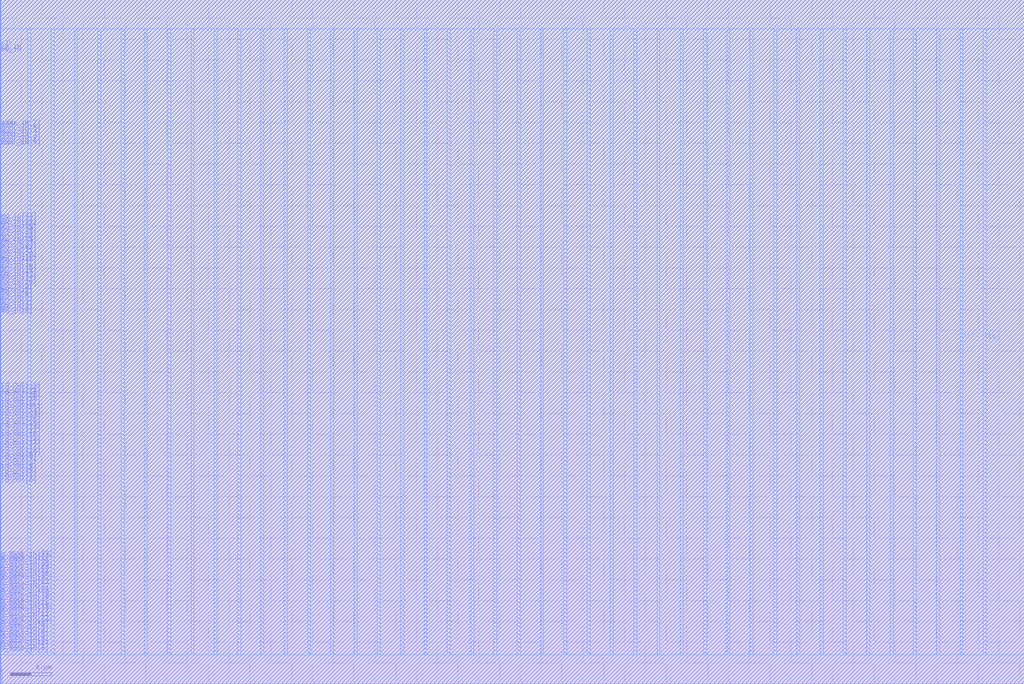
<source format=lef>
VERSION 5.7 ;
BUSBITCHARS "[]" ;
MACRO fakeram45_256x34
  FOREIGN fakeram45_256x34 0 0 ;
  SYMMETRY X Y R90 ;
  SIZE 0.19 BY 1.4 ;
  CLASS BLOCK ;
  PIN w_mask_in[0]
    DIRECTION INPUT ;
    USE SIGNAL ;
    SHAPE ABUTMENT ;
    PORT
      LAYER metal3 ;
      RECT 0.000 2.800 0.070 2.870 ;
    END
  END w_mask_in[0]
  PIN w_mask_in[1]
    DIRECTION INPUT ;
    USE SIGNAL ;
    SHAPE ABUTMENT ;
    PORT
      LAYER metal3 ;
      RECT 0.000 3.080 0.070 3.150 ;
    END
  END w_mask_in[1]
  PIN w_mask_in[2]
    DIRECTION INPUT ;
    USE SIGNAL ;
    SHAPE ABUTMENT ;
    PORT
      LAYER metal3 ;
      RECT 0.000 3.360 0.070 3.430 ;
    END
  END w_mask_in[2]
  PIN w_mask_in[3]
    DIRECTION INPUT ;
    USE SIGNAL ;
    SHAPE ABUTMENT ;
    PORT
      LAYER metal3 ;
      RECT 0.000 3.640 0.070 3.710 ;
    END
  END w_mask_in[3]
  PIN w_mask_in[4]
    DIRECTION INPUT ;
    USE SIGNAL ;
    SHAPE ABUTMENT ;
    PORT
      LAYER metal3 ;
      RECT 0.000 3.920 0.070 3.990 ;
    END
  END w_mask_in[4]
  PIN w_mask_in[5]
    DIRECTION INPUT ;
    USE SIGNAL ;
    SHAPE ABUTMENT ;
    PORT
      LAYER metal3 ;
      RECT 0.000 4.200 0.070 4.270 ;
    END
  END w_mask_in[5]
  PIN w_mask_in[6]
    DIRECTION INPUT ;
    USE SIGNAL ;
    SHAPE ABUTMENT ;
    PORT
      LAYER metal3 ;
      RECT 0.000 4.480 0.070 4.550 ;
    END
  END w_mask_in[6]
  PIN w_mask_in[7]
    DIRECTION INPUT ;
    USE SIGNAL ;
    SHAPE ABUTMENT ;
    PORT
      LAYER metal3 ;
      RECT 0.000 4.760 0.070 4.830 ;
    END
  END w_mask_in[7]
  PIN w_mask_in[8]
    DIRECTION INPUT ;
    USE SIGNAL ;
    SHAPE ABUTMENT ;
    PORT
      LAYER metal3 ;
      RECT 0.000 5.040 0.070 5.110 ;
    END
  END w_mask_in[8]
  PIN w_mask_in[9]
    DIRECTION INPUT ;
    USE SIGNAL ;
    SHAPE ABUTMENT ;
    PORT
      LAYER metal3 ;
      RECT 0.000 5.320 0.070 5.390 ;
    END
  END w_mask_in[9]
  PIN w_mask_in[10]
    DIRECTION INPUT ;
    USE SIGNAL ;
    SHAPE ABUTMENT ;
    PORT
      LAYER metal3 ;
      RECT 0.000 5.600 0.070 5.670 ;
    END
  END w_mask_in[10]
  PIN w_mask_in[11]
    DIRECTION INPUT ;
    USE SIGNAL ;
    SHAPE ABUTMENT ;
    PORT
      LAYER metal3 ;
      RECT 0.000 5.880 0.070 5.950 ;
    END
  END w_mask_in[11]
  PIN w_mask_in[12]
    DIRECTION INPUT ;
    USE SIGNAL ;
    SHAPE ABUTMENT ;
    PORT
      LAYER metal3 ;
      RECT 0.000 6.160 0.070 6.230 ;
    END
  END w_mask_in[12]
  PIN w_mask_in[13]
    DIRECTION INPUT ;
    USE SIGNAL ;
    SHAPE ABUTMENT ;
    PORT
      LAYER metal3 ;
      RECT 0.000 6.440 0.070 6.510 ;
    END
  END w_mask_in[13]
  PIN w_mask_in[14]
    DIRECTION INPUT ;
    USE SIGNAL ;
    SHAPE ABUTMENT ;
    PORT
      LAYER metal3 ;
      RECT 0.000 6.720 0.070 6.790 ;
    END
  END w_mask_in[14]
  PIN w_mask_in[15]
    DIRECTION INPUT ;
    USE SIGNAL ;
    SHAPE ABUTMENT ;
    PORT
      LAYER metal3 ;
      RECT 0.000 7.000 0.070 7.070 ;
    END
  END w_mask_in[15]
  PIN w_mask_in[16]
    DIRECTION INPUT ;
    USE SIGNAL ;
    SHAPE ABUTMENT ;
    PORT
      LAYER metal3 ;
      RECT 0.000 7.280 0.070 7.350 ;
    END
  END w_mask_in[16]
  PIN w_mask_in[17]
    DIRECTION INPUT ;
    USE SIGNAL ;
    SHAPE ABUTMENT ;
    PORT
      LAYER metal3 ;
      RECT 0.000 7.560 0.070 7.630 ;
    END
  END w_mask_in[17]
  PIN w_mask_in[18]
    DIRECTION INPUT ;
    USE SIGNAL ;
    SHAPE ABUTMENT ;
    PORT
      LAYER metal3 ;
      RECT 0.000 7.840 0.070 7.910 ;
    END
  END w_mask_in[18]
  PIN w_mask_in[19]
    DIRECTION INPUT ;
    USE SIGNAL ;
    SHAPE ABUTMENT ;
    PORT
      LAYER metal3 ;
      RECT 0.000 8.120 0.070 8.190 ;
    END
  END w_mask_in[19]
  PIN w_mask_in[20]
    DIRECTION INPUT ;
    USE SIGNAL ;
    SHAPE ABUTMENT ;
    PORT
      LAYER metal3 ;
      RECT 0.000 8.400 0.070 8.470 ;
    END
  END w_mask_in[20]
  PIN w_mask_in[21]
    DIRECTION INPUT ;
    USE SIGNAL ;
    SHAPE ABUTMENT ;
    PORT
      LAYER metal3 ;
      RECT 0.000 8.680 0.070 8.750 ;
    END
  END w_mask_in[21]
  PIN w_mask_in[22]
    DIRECTION INPUT ;
    USE SIGNAL ;
    SHAPE ABUTMENT ;
    PORT
      LAYER metal3 ;
      RECT 0.000 8.960 0.070 9.030 ;
    END
  END w_mask_in[22]
  PIN w_mask_in[23]
    DIRECTION INPUT ;
    USE SIGNAL ;
    SHAPE ABUTMENT ;
    PORT
      LAYER metal3 ;
      RECT 0.000 9.240 0.070 9.310 ;
    END
  END w_mask_in[23]
  PIN w_mask_in[24]
    DIRECTION INPUT ;
    USE SIGNAL ;
    SHAPE ABUTMENT ;
    PORT
      LAYER metal3 ;
      RECT 0.000 9.520 0.070 9.590 ;
    END
  END w_mask_in[24]
  PIN w_mask_in[25]
    DIRECTION INPUT ;
    USE SIGNAL ;
    SHAPE ABUTMENT ;
    PORT
      LAYER metal3 ;
      RECT 0.000 9.800 0.070 9.870 ;
    END
  END w_mask_in[25]
  PIN w_mask_in[26]
    DIRECTION INPUT ;
    USE SIGNAL ;
    SHAPE ABUTMENT ;
    PORT
      LAYER metal3 ;
      RECT 0.000 10.080 0.070 10.150 ;
    END
  END w_mask_in[26]
  PIN w_mask_in[27]
    DIRECTION INPUT ;
    USE SIGNAL ;
    SHAPE ABUTMENT ;
    PORT
      LAYER metal3 ;
      RECT 0.000 10.360 0.070 10.430 ;
    END
  END w_mask_in[27]
  PIN w_mask_in[28]
    DIRECTION INPUT ;
    USE SIGNAL ;
    SHAPE ABUTMENT ;
    PORT
      LAYER metal3 ;
      RECT 0.000 10.640 0.070 10.710 ;
    END
  END w_mask_in[28]
  PIN w_mask_in[29]
    DIRECTION INPUT ;
    USE SIGNAL ;
    SHAPE ABUTMENT ;
    PORT
      LAYER metal3 ;
      RECT 0.000 10.920 0.070 10.990 ;
    END
  END w_mask_in[29]
  PIN w_mask_in[30]
    DIRECTION INPUT ;
    USE SIGNAL ;
    SHAPE ABUTMENT ;
    PORT
      LAYER metal3 ;
      RECT 0.000 11.200 0.070 11.270 ;
    END
  END w_mask_in[30]
  PIN w_mask_in[31]
    DIRECTION INPUT ;
    USE SIGNAL ;
    SHAPE ABUTMENT ;
    PORT
      LAYER metal3 ;
      RECT 0.000 11.480 0.070 11.550 ;
    END
  END w_mask_in[31]
  PIN w_mask_in[32]
    DIRECTION INPUT ;
    USE SIGNAL ;
    SHAPE ABUTMENT ;
    PORT
      LAYER metal3 ;
      RECT 0.000 11.760 0.070 11.830 ;
    END
  END w_mask_in[32]
  PIN w_mask_in[33]
    DIRECTION INPUT ;
    USE SIGNAL ;
    SHAPE ABUTMENT ;
    PORT
      LAYER metal3 ;
      RECT 0.000 12.040 0.070 12.110 ;
    END
  END w_mask_in[33]
  PIN rd_out[0]
    DIRECTION OUTPUT ;
    USE SIGNAL ;
    SHAPE ABUTMENT ;
    PORT
      LAYER metal3 ;
      RECT 0.000 19.040 0.070 19.110 ;
    END
  END rd_out[0]
  PIN rd_out[1]
    DIRECTION OUTPUT ;
    USE SIGNAL ;
    SHAPE ABUTMENT ;
    PORT
      LAYER metal3 ;
      RECT 0.000 19.320 0.070 19.390 ;
    END
  END rd_out[1]
  PIN rd_out[2]
    DIRECTION OUTPUT ;
    USE SIGNAL ;
    SHAPE ABUTMENT ;
    PORT
      LAYER metal3 ;
      RECT 0.000 19.600 0.070 19.670 ;
    END
  END rd_out[2]
  PIN rd_out[3]
    DIRECTION OUTPUT ;
    USE SIGNAL ;
    SHAPE ABUTMENT ;
    PORT
      LAYER metal3 ;
      RECT 0.000 19.880 0.070 19.950 ;
    END
  END rd_out[3]
  PIN rd_out[4]
    DIRECTION OUTPUT ;
    USE SIGNAL ;
    SHAPE ABUTMENT ;
    PORT
      LAYER metal3 ;
      RECT 0.000 20.160 0.070 20.230 ;
    END
  END rd_out[4]
  PIN rd_out[5]
    DIRECTION OUTPUT ;
    USE SIGNAL ;
    SHAPE ABUTMENT ;
    PORT
      LAYER metal3 ;
      RECT 0.000 20.440 0.070 20.510 ;
    END
  END rd_out[5]
  PIN rd_out[6]
    DIRECTION OUTPUT ;
    USE SIGNAL ;
    SHAPE ABUTMENT ;
    PORT
      LAYER metal3 ;
      RECT 0.000 20.720 0.070 20.790 ;
    END
  END rd_out[6]
  PIN rd_out[7]
    DIRECTION OUTPUT ;
    USE SIGNAL ;
    SHAPE ABUTMENT ;
    PORT
      LAYER metal3 ;
      RECT 0.000 21.000 0.070 21.070 ;
    END
  END rd_out[7]
  PIN rd_out[8]
    DIRECTION OUTPUT ;
    USE SIGNAL ;
    SHAPE ABUTMENT ;
    PORT
      LAYER metal3 ;
      RECT 0.000 21.280 0.070 21.350 ;
    END
  END rd_out[8]
  PIN rd_out[9]
    DIRECTION OUTPUT ;
    USE SIGNAL ;
    SHAPE ABUTMENT ;
    PORT
      LAYER metal3 ;
      RECT 0.000 21.560 0.070 21.630 ;
    END
  END rd_out[9]
  PIN rd_out[10]
    DIRECTION OUTPUT ;
    USE SIGNAL ;
    SHAPE ABUTMENT ;
    PORT
      LAYER metal3 ;
      RECT 0.000 21.840 0.070 21.910 ;
    END
  END rd_out[10]
  PIN rd_out[11]
    DIRECTION OUTPUT ;
    USE SIGNAL ;
    SHAPE ABUTMENT ;
    PORT
      LAYER metal3 ;
      RECT 0.000 22.120 0.070 22.190 ;
    END
  END rd_out[11]
  PIN rd_out[12]
    DIRECTION OUTPUT ;
    USE SIGNAL ;
    SHAPE ABUTMENT ;
    PORT
      LAYER metal3 ;
      RECT 0.000 22.400 0.070 22.470 ;
    END
  END rd_out[12]
  PIN rd_out[13]
    DIRECTION OUTPUT ;
    USE SIGNAL ;
    SHAPE ABUTMENT ;
    PORT
      LAYER metal3 ;
      RECT 0.000 22.680 0.070 22.750 ;
    END
  END rd_out[13]
  PIN rd_out[14]
    DIRECTION OUTPUT ;
    USE SIGNAL ;
    SHAPE ABUTMENT ;
    PORT
      LAYER metal3 ;
      RECT 0.000 22.960 0.070 23.030 ;
    END
  END rd_out[14]
  PIN rd_out[15]
    DIRECTION OUTPUT ;
    USE SIGNAL ;
    SHAPE ABUTMENT ;
    PORT
      LAYER metal3 ;
      RECT 0.000 23.240 0.070 23.310 ;
    END
  END rd_out[15]
  PIN rd_out[16]
    DIRECTION OUTPUT ;
    USE SIGNAL ;
    SHAPE ABUTMENT ;
    PORT
      LAYER metal3 ;
      RECT 0.000 23.520 0.070 23.590 ;
    END
  END rd_out[16]
  PIN rd_out[17]
    DIRECTION OUTPUT ;
    USE SIGNAL ;
    SHAPE ABUTMENT ;
    PORT
      LAYER metal3 ;
      RECT 0.000 23.800 0.070 23.870 ;
    END
  END rd_out[17]
  PIN rd_out[18]
    DIRECTION OUTPUT ;
    USE SIGNAL ;
    SHAPE ABUTMENT ;
    PORT
      LAYER metal3 ;
      RECT 0.000 24.080 0.070 24.150 ;
    END
  END rd_out[18]
  PIN rd_out[19]
    DIRECTION OUTPUT ;
    USE SIGNAL ;
    SHAPE ABUTMENT ;
    PORT
      LAYER metal3 ;
      RECT 0.000 24.360 0.070 24.430 ;
    END
  END rd_out[19]
  PIN rd_out[20]
    DIRECTION OUTPUT ;
    USE SIGNAL ;
    SHAPE ABUTMENT ;
    PORT
      LAYER metal3 ;
      RECT 0.000 24.640 0.070 24.710 ;
    END
  END rd_out[20]
  PIN rd_out[21]
    DIRECTION OUTPUT ;
    USE SIGNAL ;
    SHAPE ABUTMENT ;
    PORT
      LAYER metal3 ;
      RECT 0.000 24.920 0.070 24.990 ;
    END
  END rd_out[21]
  PIN rd_out[22]
    DIRECTION OUTPUT ;
    USE SIGNAL ;
    SHAPE ABUTMENT ;
    PORT
      LAYER metal3 ;
      RECT 0.000 25.200 0.070 25.270 ;
    END
  END rd_out[22]
  PIN rd_out[23]
    DIRECTION OUTPUT ;
    USE SIGNAL ;
    SHAPE ABUTMENT ;
    PORT
      LAYER metal3 ;
      RECT 0.000 25.480 0.070 25.550 ;
    END
  END rd_out[23]
  PIN rd_out[24]
    DIRECTION OUTPUT ;
    USE SIGNAL ;
    SHAPE ABUTMENT ;
    PORT
      LAYER metal3 ;
      RECT 0.000 25.760 0.070 25.830 ;
    END
  END rd_out[24]
  PIN rd_out[25]
    DIRECTION OUTPUT ;
    USE SIGNAL ;
    SHAPE ABUTMENT ;
    PORT
      LAYER metal3 ;
      RECT 0.000 26.040 0.070 26.110 ;
    END
  END rd_out[25]
  PIN rd_out[26]
    DIRECTION OUTPUT ;
    USE SIGNAL ;
    SHAPE ABUTMENT ;
    PORT
      LAYER metal3 ;
      RECT 0.000 26.320 0.070 26.390 ;
    END
  END rd_out[26]
  PIN rd_out[27]
    DIRECTION OUTPUT ;
    USE SIGNAL ;
    SHAPE ABUTMENT ;
    PORT
      LAYER metal3 ;
      RECT 0.000 26.600 0.070 26.670 ;
    END
  END rd_out[27]
  PIN rd_out[28]
    DIRECTION OUTPUT ;
    USE SIGNAL ;
    SHAPE ABUTMENT ;
    PORT
      LAYER metal3 ;
      RECT 0.000 26.880 0.070 26.950 ;
    END
  END rd_out[28]
  PIN rd_out[29]
    DIRECTION OUTPUT ;
    USE SIGNAL ;
    SHAPE ABUTMENT ;
    PORT
      LAYER metal3 ;
      RECT 0.000 27.160 0.070 27.230 ;
    END
  END rd_out[29]
  PIN rd_out[30]
    DIRECTION OUTPUT ;
    USE SIGNAL ;
    SHAPE ABUTMENT ;
    PORT
      LAYER metal3 ;
      RECT 0.000 27.440 0.070 27.510 ;
    END
  END rd_out[30]
  PIN rd_out[31]
    DIRECTION OUTPUT ;
    USE SIGNAL ;
    SHAPE ABUTMENT ;
    PORT
      LAYER metal3 ;
      RECT 0.000 27.720 0.070 27.790 ;
    END
  END rd_out[31]
  PIN rd_out[32]
    DIRECTION OUTPUT ;
    USE SIGNAL ;
    SHAPE ABUTMENT ;
    PORT
      LAYER metal3 ;
      RECT 0.000 28.000 0.070 28.070 ;
    END
  END rd_out[32]
  PIN rd_out[33]
    DIRECTION OUTPUT ;
    USE SIGNAL ;
    SHAPE ABUTMENT ;
    PORT
      LAYER metal3 ;
      RECT 0.000 28.280 0.070 28.350 ;
    END
  END rd_out[33]
  PIN wd_in[0]
    DIRECTION INPUT ;
    USE SIGNAL ;
    SHAPE ABUTMENT ;
    PORT
      LAYER metal3 ;
      RECT 0.000 35.280 0.070 35.350 ;
    END
  END wd_in[0]
  PIN wd_in[1]
    DIRECTION INPUT ;
    USE SIGNAL ;
    SHAPE ABUTMENT ;
    PORT
      LAYER metal3 ;
      RECT 0.000 35.560 0.070 35.630 ;
    END
  END wd_in[1]
  PIN wd_in[2]
    DIRECTION INPUT ;
    USE SIGNAL ;
    SHAPE ABUTMENT ;
    PORT
      LAYER metal3 ;
      RECT 0.000 35.840 0.070 35.910 ;
    END
  END wd_in[2]
  PIN wd_in[3]
    DIRECTION INPUT ;
    USE SIGNAL ;
    SHAPE ABUTMENT ;
    PORT
      LAYER metal3 ;
      RECT 0.000 36.120 0.070 36.190 ;
    END
  END wd_in[3]
  PIN wd_in[4]
    DIRECTION INPUT ;
    USE SIGNAL ;
    SHAPE ABUTMENT ;
    PORT
      LAYER metal3 ;
      RECT 0.000 36.400 0.070 36.470 ;
    END
  END wd_in[4]
  PIN wd_in[5]
    DIRECTION INPUT ;
    USE SIGNAL ;
    SHAPE ABUTMENT ;
    PORT
      LAYER metal3 ;
      RECT 0.000 36.680 0.070 36.750 ;
    END
  END wd_in[5]
  PIN wd_in[6]
    DIRECTION INPUT ;
    USE SIGNAL ;
    SHAPE ABUTMENT ;
    PORT
      LAYER metal3 ;
      RECT 0.000 36.960 0.070 37.030 ;
    END
  END wd_in[6]
  PIN wd_in[7]
    DIRECTION INPUT ;
    USE SIGNAL ;
    SHAPE ABUTMENT ;
    PORT
      LAYER metal3 ;
      RECT 0.000 37.240 0.070 37.310 ;
    END
  END wd_in[7]
  PIN wd_in[8]
    DIRECTION INPUT ;
    USE SIGNAL ;
    SHAPE ABUTMENT ;
    PORT
      LAYER metal3 ;
      RECT 0.000 37.520 0.070 37.590 ;
    END
  END wd_in[8]
  PIN wd_in[9]
    DIRECTION INPUT ;
    USE SIGNAL ;
    SHAPE ABUTMENT ;
    PORT
      LAYER metal3 ;
      RECT 0.000 37.800 0.070 37.870 ;
    END
  END wd_in[9]
  PIN wd_in[10]
    DIRECTION INPUT ;
    USE SIGNAL ;
    SHAPE ABUTMENT ;
    PORT
      LAYER metal3 ;
      RECT 0.000 38.080 0.070 38.150 ;
    END
  END wd_in[10]
  PIN wd_in[11]
    DIRECTION INPUT ;
    USE SIGNAL ;
    SHAPE ABUTMENT ;
    PORT
      LAYER metal3 ;
      RECT 0.000 38.360 0.070 38.430 ;
    END
  END wd_in[11]
  PIN wd_in[12]
    DIRECTION INPUT ;
    USE SIGNAL ;
    SHAPE ABUTMENT ;
    PORT
      LAYER metal3 ;
      RECT 0.000 38.640 0.070 38.710 ;
    END
  END wd_in[12]
  PIN wd_in[13]
    DIRECTION INPUT ;
    USE SIGNAL ;
    SHAPE ABUTMENT ;
    PORT
      LAYER metal3 ;
      RECT 0.000 38.920 0.070 38.990 ;
    END
  END wd_in[13]
  PIN wd_in[14]
    DIRECTION INPUT ;
    USE SIGNAL ;
    SHAPE ABUTMENT ;
    PORT
      LAYER metal3 ;
      RECT 0.000 39.200 0.070 39.270 ;
    END
  END wd_in[14]
  PIN wd_in[15]
    DIRECTION INPUT ;
    USE SIGNAL ;
    SHAPE ABUTMENT ;
    PORT
      LAYER metal3 ;
      RECT 0.000 39.480 0.070 39.550 ;
    END
  END wd_in[15]
  PIN wd_in[16]
    DIRECTION INPUT ;
    USE SIGNAL ;
    SHAPE ABUTMENT ;
    PORT
      LAYER metal3 ;
      RECT 0.000 39.760 0.070 39.830 ;
    END
  END wd_in[16]
  PIN wd_in[17]
    DIRECTION INPUT ;
    USE SIGNAL ;
    SHAPE ABUTMENT ;
    PORT
      LAYER metal3 ;
      RECT 0.000 40.040 0.070 40.110 ;
    END
  END wd_in[17]
  PIN wd_in[18]
    DIRECTION INPUT ;
    USE SIGNAL ;
    SHAPE ABUTMENT ;
    PORT
      LAYER metal3 ;
      RECT 0.000 40.320 0.070 40.390 ;
    END
  END wd_in[18]
  PIN wd_in[19]
    DIRECTION INPUT ;
    USE SIGNAL ;
    SHAPE ABUTMENT ;
    PORT
      LAYER metal3 ;
      RECT 0.000 40.600 0.070 40.670 ;
    END
  END wd_in[19]
  PIN wd_in[20]
    DIRECTION INPUT ;
    USE SIGNAL ;
    SHAPE ABUTMENT ;
    PORT
      LAYER metal3 ;
      RECT 0.000 40.880 0.070 40.950 ;
    END
  END wd_in[20]
  PIN wd_in[21]
    DIRECTION INPUT ;
    USE SIGNAL ;
    SHAPE ABUTMENT ;
    PORT
      LAYER metal3 ;
      RECT 0.000 41.160 0.070 41.230 ;
    END
  END wd_in[21]
  PIN wd_in[22]
    DIRECTION INPUT ;
    USE SIGNAL ;
    SHAPE ABUTMENT ;
    PORT
      LAYER metal3 ;
      RECT 0.000 41.440 0.070 41.510 ;
    END
  END wd_in[22]
  PIN wd_in[23]
    DIRECTION INPUT ;
    USE SIGNAL ;
    SHAPE ABUTMENT ;
    PORT
      LAYER metal3 ;
      RECT 0.000 41.720 0.070 41.790 ;
    END
  END wd_in[23]
  PIN wd_in[24]
    DIRECTION INPUT ;
    USE SIGNAL ;
    SHAPE ABUTMENT ;
    PORT
      LAYER metal3 ;
      RECT 0.000 42.000 0.070 42.070 ;
    END
  END wd_in[24]
  PIN wd_in[25]
    DIRECTION INPUT ;
    USE SIGNAL ;
    SHAPE ABUTMENT ;
    PORT
      LAYER metal3 ;
      RECT 0.000 42.280 0.070 42.350 ;
    END
  END wd_in[25]
  PIN wd_in[26]
    DIRECTION INPUT ;
    USE SIGNAL ;
    SHAPE ABUTMENT ;
    PORT
      LAYER metal3 ;
      RECT 0.000 42.560 0.070 42.630 ;
    END
  END wd_in[26]
  PIN wd_in[27]
    DIRECTION INPUT ;
    USE SIGNAL ;
    SHAPE ABUTMENT ;
    PORT
      LAYER metal3 ;
      RECT 0.000 42.840 0.070 42.910 ;
    END
  END wd_in[27]
  PIN wd_in[28]
    DIRECTION INPUT ;
    USE SIGNAL ;
    SHAPE ABUTMENT ;
    PORT
      LAYER metal3 ;
      RECT 0.000 43.120 0.070 43.190 ;
    END
  END wd_in[28]
  PIN wd_in[29]
    DIRECTION INPUT ;
    USE SIGNAL ;
    SHAPE ABUTMENT ;
    PORT
      LAYER metal3 ;
      RECT 0.000 43.400 0.070 43.470 ;
    END
  END wd_in[29]
  PIN wd_in[30]
    DIRECTION INPUT ;
    USE SIGNAL ;
    SHAPE ABUTMENT ;
    PORT
      LAYER metal3 ;
      RECT 0.000 43.680 0.070 43.750 ;
    END
  END wd_in[30]
  PIN wd_in[31]
    DIRECTION INPUT ;
    USE SIGNAL ;
    SHAPE ABUTMENT ;
    PORT
      LAYER metal3 ;
      RECT 0.000 43.960 0.070 44.030 ;
    END
  END wd_in[31]
  PIN wd_in[32]
    DIRECTION INPUT ;
    USE SIGNAL ;
    SHAPE ABUTMENT ;
    PORT
      LAYER metal3 ;
      RECT 0.000 44.240 0.070 44.310 ;
    END
  END wd_in[32]
  PIN wd_in[33]
    DIRECTION INPUT ;
    USE SIGNAL ;
    SHAPE ABUTMENT ;
    PORT
      LAYER metal3 ;
      RECT 0.000 44.520 0.070 44.590 ;
    END
  END wd_in[33]
  PIN addr_in[0]
    DIRECTION INPUT ;
    USE SIGNAL ;
    SHAPE ABUTMENT ;
    PORT
      LAYER metal3 ;
      RECT 0.000 51.520 0.070 51.590 ;
    END
  END addr_in[0]
  PIN addr_in[1]
    DIRECTION INPUT ;
    USE SIGNAL ;
    SHAPE ABUTMENT ;
    PORT
      LAYER metal3 ;
      RECT 0.000 51.800 0.070 51.870 ;
    END
  END addr_in[1]
  PIN addr_in[2]
    DIRECTION INPUT ;
    USE SIGNAL ;
    SHAPE ABUTMENT ;
    PORT
      LAYER metal3 ;
      RECT 0.000 52.080 0.070 52.150 ;
    END
  END addr_in[2]
  PIN addr_in[3]
    DIRECTION INPUT ;
    USE SIGNAL ;
    SHAPE ABUTMENT ;
    PORT
      LAYER metal3 ;
      RECT 0.000 52.360 0.070 52.430 ;
    END
  END addr_in[3]
  PIN addr_in[4]
    DIRECTION INPUT ;
    USE SIGNAL ;
    SHAPE ABUTMENT ;
    PORT
      LAYER metal3 ;
      RECT 0.000 52.640 0.070 52.710 ;
    END
  END addr_in[4]
  PIN addr_in[5]
    DIRECTION INPUT ;
    USE SIGNAL ;
    SHAPE ABUTMENT ;
    PORT
      LAYER metal3 ;
      RECT 0.000 52.920 0.070 52.990 ;
    END
  END addr_in[5]
  PIN addr_in[6]
    DIRECTION INPUT ;
    USE SIGNAL ;
    SHAPE ABUTMENT ;
    PORT
      LAYER metal3 ;
      RECT 0.000 53.200 0.070 53.270 ;
    END
  END addr_in[6]
  PIN addr_in[7]
    DIRECTION INPUT ;
    USE SIGNAL ;
    SHAPE ABUTMENT ;
    PORT
      LAYER metal3 ;
      RECT 0.000 53.480 0.070 53.550 ;
    END
  END addr_in[7]
  PIN we_in
    DIRECTION INPUT ;
    USE SIGNAL ;
    SHAPE ABUTMENT ;
    PORT
      LAYER metal3 ;
      RECT 0.000 60.480 0.070 60.550 ;
    END
  END we_in
  PIN ce_in
    DIRECTION INPUT ;
    USE SIGNAL ;
    SHAPE ABUTMENT ;
    PORT
      LAYER metal3 ;
      RECT 0.000 60.760 0.070 60.830 ;
    END
  END ce_in
  PIN clk
    DIRECTION INPUT ;
    USE SIGNAL ;
    SHAPE ABUTMENT ;
    PORT
      LAYER metal3 ;
      RECT 0.000 61.040 0.070 61.110 ;
    END
  END clk
  PIN VSS
    DIRECTION INOUT ;
    USE GROUND ;
    PORT
      LAYER metal4 ;
      RECT 2.660 2.800 2.940 63.000 ;
      RECT 7.140 2.800 7.420 63.000 ;
      RECT 11.620 2.800 11.900 63.000 ;
      RECT 16.100 2.800 16.380 63.000 ;
      RECT 20.580 2.800 20.860 63.000 ;
      RECT 25.060 2.800 25.340 63.000 ;
      RECT 29.540 2.800 29.820 63.000 ;
      RECT 34.020 2.800 34.300 63.000 ;
      RECT 38.500 2.800 38.780 63.000 ;
      RECT 42.980 2.800 43.260 63.000 ;
      RECT 47.460 2.800 47.740 63.000 ;
      RECT 51.940 2.800 52.220 63.000 ;
      RECT 56.420 2.800 56.700 63.000 ;
      RECT 60.900 2.800 61.180 63.000 ;
      RECT 65.380 2.800 65.660 63.000 ;
      RECT 69.860 2.800 70.140 63.000 ;
      RECT 74.340 2.800 74.620 63.000 ;
      RECT 78.820 2.800 79.100 63.000 ;
      RECT 83.300 2.800 83.580 63.000 ;
      RECT 87.780 2.800 88.060 63.000 ;
      RECT 92.260 2.800 92.540 63.000 ;
    END
  END VSS
  PIN VDD
    DIRECTION INOUT ;
    USE POWER ;
    PORT
      LAYER metal4 ;
      RECT 4.900 2.800 5.180 63.000 ;
      RECT 9.380 2.800 9.660 63.000 ;
      RECT 13.860 2.800 14.140 63.000 ;
      RECT 18.340 2.800 18.620 63.000 ;
      RECT 22.820 2.800 23.100 63.000 ;
      RECT 27.300 2.800 27.580 63.000 ;
      RECT 31.780 2.800 32.060 63.000 ;
      RECT 36.260 2.800 36.540 63.000 ;
      RECT 40.740 2.800 41.020 63.000 ;
      RECT 45.220 2.800 45.500 63.000 ;
      RECT 49.700 2.800 49.980 63.000 ;
      RECT 54.180 2.800 54.460 63.000 ;
      RECT 58.660 2.800 58.940 63.000 ;
      RECT 63.140 2.800 63.420 63.000 ;
      RECT 67.620 2.800 67.900 63.000 ;
      RECT 72.100 2.800 72.380 63.000 ;
      RECT 76.580 2.800 76.860 63.000 ;
      RECT 81.060 2.800 81.340 63.000 ;
      RECT 85.540 2.800 85.820 63.000 ;
      RECT 90.020 2.800 90.300 63.000 ;
      RECT 94.500 2.800 94.780 63.000 ;
    END
  END VDD
  OBS
    LAYER metal1 ;
    RECT 0 0 98.420 65.800 ;
    LAYER metal2 ;
    RECT 0 0 98.420 65.800 ;
    LAYER metal3 ;
    RECT 0.070 0 98.420 65.800 ;
    RECT 0 0.000 0.070 2.800 ;
    RECT 0 2.870 0.070 3.080 ;
    RECT 0 3.150 0.070 3.360 ;
    RECT 0 3.430 0.070 3.640 ;
    RECT 0 3.710 0.070 3.920 ;
    RECT 0 3.990 0.070 4.200 ;
    RECT 0 4.270 0.070 4.480 ;
    RECT 0 4.550 0.070 4.760 ;
    RECT 0 4.830 0.070 5.040 ;
    RECT 0 5.110 0.070 5.320 ;
    RECT 0 5.390 0.070 5.600 ;
    RECT 0 5.670 0.070 5.880 ;
    RECT 0 5.950 0.070 6.160 ;
    RECT 0 6.230 0.070 6.440 ;
    RECT 0 6.510 0.070 6.720 ;
    RECT 0 6.790 0.070 7.000 ;
    RECT 0 7.070 0.070 7.280 ;
    RECT 0 7.350 0.070 7.560 ;
    RECT 0 7.630 0.070 7.840 ;
    RECT 0 7.910 0.070 8.120 ;
    RECT 0 8.190 0.070 8.400 ;
    RECT 0 8.470 0.070 8.680 ;
    RECT 0 8.750 0.070 8.960 ;
    RECT 0 9.030 0.070 9.240 ;
    RECT 0 9.310 0.070 9.520 ;
    RECT 0 9.590 0.070 9.800 ;
    RECT 0 9.870 0.070 10.080 ;
    RECT 0 10.150 0.070 10.360 ;
    RECT 0 10.430 0.070 10.640 ;
    RECT 0 10.710 0.070 10.920 ;
    RECT 0 10.990 0.070 11.200 ;
    RECT 0 11.270 0.070 11.480 ;
    RECT 0 11.550 0.070 11.760 ;
    RECT 0 11.830 0.070 12.040 ;
    RECT 0 12.110 0.070 19.040 ;
    RECT 0 19.110 0.070 19.320 ;
    RECT 0 19.390 0.070 19.600 ;
    RECT 0 19.670 0.070 19.880 ;
    RECT 0 19.950 0.070 20.160 ;
    RECT 0 20.230 0.070 20.440 ;
    RECT 0 20.510 0.070 20.720 ;
    RECT 0 20.790 0.070 21.000 ;
    RECT 0 21.070 0.070 21.280 ;
    RECT 0 21.350 0.070 21.560 ;
    RECT 0 21.630 0.070 21.840 ;
    RECT 0 21.910 0.070 22.120 ;
    RECT 0 22.190 0.070 22.400 ;
    RECT 0 22.470 0.070 22.680 ;
    RECT 0 22.750 0.070 22.960 ;
    RECT 0 23.030 0.070 23.240 ;
    RECT 0 23.310 0.070 23.520 ;
    RECT 0 23.590 0.070 23.800 ;
    RECT 0 23.870 0.070 24.080 ;
    RECT 0 24.150 0.070 24.360 ;
    RECT 0 24.430 0.070 24.640 ;
    RECT 0 24.710 0.070 24.920 ;
    RECT 0 24.990 0.070 25.200 ;
    RECT 0 25.270 0.070 25.480 ;
    RECT 0 25.550 0.070 25.760 ;
    RECT 0 25.830 0.070 26.040 ;
    RECT 0 26.110 0.070 26.320 ;
    RECT 0 26.390 0.070 26.600 ;
    RECT 0 26.670 0.070 26.880 ;
    RECT 0 26.950 0.070 27.160 ;
    RECT 0 27.230 0.070 27.440 ;
    RECT 0 27.510 0.070 27.720 ;
    RECT 0 27.790 0.070 28.000 ;
    RECT 0 28.070 0.070 28.280 ;
    RECT 0 28.350 0.070 35.280 ;
    RECT 0 35.350 0.070 35.560 ;
    RECT 0 35.630 0.070 35.840 ;
    RECT 0 35.910 0.070 36.120 ;
    RECT 0 36.190 0.070 36.400 ;
    RECT 0 36.470 0.070 36.680 ;
    RECT 0 36.750 0.070 36.960 ;
    RECT 0 37.030 0.070 37.240 ;
    RECT 0 37.310 0.070 37.520 ;
    RECT 0 37.590 0.070 37.800 ;
    RECT 0 37.870 0.070 38.080 ;
    RECT 0 38.150 0.070 38.360 ;
    RECT 0 38.430 0.070 38.640 ;
    RECT 0 38.710 0.070 38.920 ;
    RECT 0 38.990 0.070 39.200 ;
    RECT 0 39.270 0.070 39.480 ;
    RECT 0 39.550 0.070 39.760 ;
    RECT 0 39.830 0.070 40.040 ;
    RECT 0 40.110 0.070 40.320 ;
    RECT 0 40.390 0.070 40.600 ;
    RECT 0 40.670 0.070 40.880 ;
    RECT 0 40.950 0.070 41.160 ;
    RECT 0 41.230 0.070 41.440 ;
    RECT 0 41.510 0.070 41.720 ;
    RECT 0 41.790 0.070 42.000 ;
    RECT 0 42.070 0.070 42.280 ;
    RECT 0 42.350 0.070 42.560 ;
    RECT 0 42.630 0.070 42.840 ;
    RECT 0 42.910 0.070 43.120 ;
    RECT 0 43.190 0.070 43.400 ;
    RECT 0 43.470 0.070 43.680 ;
    RECT 0 43.750 0.070 43.960 ;
    RECT 0 44.030 0.070 44.240 ;
    RECT 0 44.310 0.070 44.520 ;
    RECT 0 44.590 0.070 51.520 ;
    RECT 0 51.590 0.070 51.800 ;
    RECT 0 51.870 0.070 52.080 ;
    RECT 0 52.150 0.070 52.360 ;
    RECT 0 52.430 0.070 52.640 ;
    RECT 0 52.710 0.070 52.920 ;
    RECT 0 52.990 0.070 53.200 ;
    RECT 0 53.270 0.070 53.480 ;
    RECT 0 53.550 0.070 60.480 ;
    RECT 0 60.550 0.070 60.760 ;
    RECT 0 60.830 0.070 61.040 ;
    RECT 0 61.110 0.070 65.800 ;
    LAYER metal4 ;
    RECT 0 0 98.420 2.800 ;
    RECT 0 63.000 98.420 65.800 ;
    RECT 0.000 2.800 2.660 63.000 ;
    RECT 2.940 2.800 4.900 63.000 ;
    RECT 5.180 2.800 7.140 63.000 ;
    RECT 7.420 2.800 9.380 63.000 ;
    RECT 9.660 2.800 11.620 63.000 ;
    RECT 11.900 2.800 13.860 63.000 ;
    RECT 14.140 2.800 16.100 63.000 ;
    RECT 16.380 2.800 18.340 63.000 ;
    RECT 18.620 2.800 20.580 63.000 ;
    RECT 20.860 2.800 22.820 63.000 ;
    RECT 23.100 2.800 25.060 63.000 ;
    RECT 25.340 2.800 27.300 63.000 ;
    RECT 27.580 2.800 29.540 63.000 ;
    RECT 29.820 2.800 31.780 63.000 ;
    RECT 32.060 2.800 34.020 63.000 ;
    RECT 34.300 2.800 36.260 63.000 ;
    RECT 36.540 2.800 38.500 63.000 ;
    RECT 38.780 2.800 40.740 63.000 ;
    RECT 41.020 2.800 42.980 63.000 ;
    RECT 43.260 2.800 45.220 63.000 ;
    RECT 45.500 2.800 47.460 63.000 ;
    RECT 47.740 2.800 49.700 63.000 ;
    RECT 49.980 2.800 51.940 63.000 ;
    RECT 52.220 2.800 54.180 63.000 ;
    RECT 54.460 2.800 56.420 63.000 ;
    RECT 56.700 2.800 58.660 63.000 ;
    RECT 58.940 2.800 60.900 63.000 ;
    RECT 61.180 2.800 63.140 63.000 ;
    RECT 63.420 2.800 65.380 63.000 ;
    RECT 65.660 2.800 67.620 63.000 ;
    RECT 67.900 2.800 69.860 63.000 ;
    RECT 70.140 2.800 72.100 63.000 ;
    RECT 72.380 2.800 74.340 63.000 ;
    RECT 74.620 2.800 76.580 63.000 ;
    RECT 76.860 2.800 78.820 63.000 ;
    RECT 79.100 2.800 81.060 63.000 ;
    RECT 81.340 2.800 83.300 63.000 ;
    RECT 83.580 2.800 85.540 63.000 ;
    RECT 85.820 2.800 87.780 63.000 ;
    RECT 88.060 2.800 90.020 63.000 ;
    RECT 90.300 2.800 92.260 63.000 ;
    RECT 92.540 2.800 94.500 63.000 ;
    RECT 94.780 2.800 98.420 63.000 ;
  END
END fakeram45_256x34

END LIBRARY

</source>
